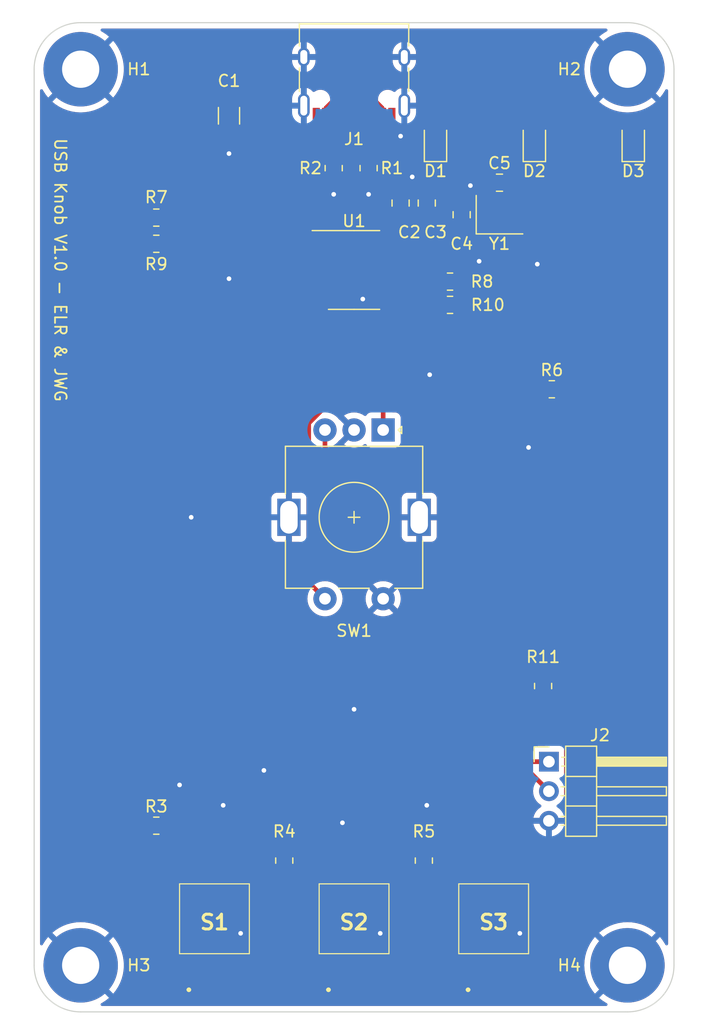
<source format=kicad_pcb>
(kicad_pcb (version 20211014) (generator pcbnew)
  (layers (0 "F.Cu" signal) (31 "B.Cu" signal) (34 "B.Paste" user) (35 "F.Paste" user) (36 "B.SilkS" user "B.Silkscreen") (37 "F.SilkS" user "F.Silkscreen") (38 "B.Mask" user) (39 "F.Mask" user) (44 "Edge.Cuts" user))
  (net 0 "")
  (net 1 "+5V")
  (net 2 "GND")
  (net 3 "Net-(C2-Pad1)")
  (net 4 "Net-(D1-Pad1)")
  (net 5 "Net-(D2-Pad1)")
  (net 6 "Net-(D3-Pad1)")
  (net 7 "Net-(J1-PadA5)")
  (net 8 "/USB1DP")
  (net 9 "/USB1DM")
  (net 11 "Net-(J1-PadB5)")
  (net 13 "/SW1")
  (net 14 "/SW2")
  (net 15 "/SW3")
  (net 16 "/ENC_B")
  (net 17 "/ENC_A")
  (net 18 "/LED1")
  (net 19 "/ENC_SW")
  (net 20 "/LED2")
  (net 21 "/LED3")
  (net 28 "/XO")
  (net 29 "/XI")
  (net 32 "/TXD")
  (net 33 "/RXD")
  (footprint "Resistor_SMD:R_0805_2012Metric" (layer "F.Cu") (at 166.5 92.5)
    (fp_text reference "R6" (at 0 -1.65) (layer "F.SilkS"))
    (fp_text value "1k")
    (fp_line (start -0.227064 -0.735) (end 0.227064 -0.735) (layer "F.SilkS") (width 0.12))
    (fp_line (start -0.227064 0.735) (end 0.227064 0.735) (layer "F.SilkS") (width 0.12))
    (pad "1" smd roundrect (at -0.9125 0) (size 1.025 1.4) (layers "F.Cu" "F.Paste" "F.Mask") (roundrect_rratio 0.243902439) (net 16 "/ENC_B"))
    (pad "2" smd roundrect (at 0.9125 0) (size 1.025 1.4) (layers "F.Cu" "F.Paste" "F.Mask") (roundrect_rratio 0.243902439) (net 1 "+5V"))
  )
  (footprint "Crystal:Crystal_SMD_3225-4Pin_3.2x2.5mm" (layer "F.Cu") (at 162 77.5)
    (fp_text reference "Y1" (at 0 2.5) (layer "F.SilkS"))
    (fp_text value "Crystal_GND24")
    (fp_line (start -2 1.65) (end 2 1.65) (layer "F.SilkS") (width 0.12))
    (fp_line (start -2 -1.65) (end -2 1.65) (layer "F.SilkS") (width 0.12))
    (pad "1" smd rect (at -1.1 0.85) (size 1.4 1.2) (layers "F.Cu" "F.Paste" "F.Mask") (net 29 "/XI"))
    (pad "2" smd rect (at 1.1 0.85) (size 1.4 1.2) (layers "F.Cu" "F.Paste" "F.Mask") (net 2 "GND"))
    (pad "3" smd rect (at 1.1 -0.85) (size 1.4 1.2) (layers "F.Cu" "F.Paste" "F.Mask") (net 28 "/XO"))
    (pad "4" smd rect (at -1.1 -0.85) (size 1.4 1.2) (layers "F.Cu" "F.Paste" "F.Mask") (net 2 "GND"))
  )
  (footprint "SamacSys_Parts:LL3301NF065QG" (layer "F.Cu") (at 137.5 138 90)
    (fp_text reference "S1" (at -0.3 0 180) (layer "F.SilkS") (effects (font (size 1.27 1.27) (thickness 0.254))))
    (fp_text value "LL3301NF065QG" hide)
    (fp_line (start -6.1 -2.3) (end -6.1 -2.3) (layer "F.SilkS") (width 0.2))
    (fp_line (start -3 -3) (end 3 -3) (layer "F.SilkS") (width 0.1))
    (fp_line (start 3 -3) (end 3 3) (layer "F.SilkS") (width 0.1))
    (fp_line (start -3 3) (end -3 -3) (layer "F.SilkS") (width 0.1))
    (fp_line (start -6.1 -2.1) (end -6.1 -2.1) (layer "F.SilkS") (width 0.2))
    (fp_line (start 3 3) (end -3 3) (layer "F.SilkS") (width 0.1))
    (fp_arc (start -6.1 -2.1) (mid -6.2 -2.2) (end -6.1 -2.3) (layer "F.SilkS") (width 0.2))
    (fp_arc (start -6.1 -2.3) (mid -6 -2.2) (end -6.1 -2.1) (layer "F.SilkS") (width 0.2))
    (pad "1" smd rect locked (at -4.55 -2.25 180) (size 1.4 2.1) (layers "F.Cu" "F.Paste" "F.Mask"))
    (pad "2" smd rect locked (at 4.55 -2.25 180) (size 1.4 2.1) (layers "F.Cu" "F.Paste" "F.Mask") (net 13 "/SW1"))
    (pad "3" smd rect locked (at -4.55 2.25 180) (size 1.4 2.1) (layers "F.Cu" "F.Paste" "F.Mask") (net 2 "GND"))
    (pad "4" smd rect locked (at 4.55 2.25 180) (size 1.4 2.1) (layers "F.Cu" "F.Paste" "F.Mask"))
  )
  (footprint "Resistor_SMD:R_0805_2012Metric" (layer "F.Cu") (at 132.5 80 180)
    (fp_text reference "R9" (at 0 -1.75) (layer "F.SilkS"))
    (fp_text value "1k")
    (fp_line (start -0.227064 -0.735) (end 0.227064 -0.735) (layer "F.SilkS") (width 0.12))
    (fp_line (start -0.227064 0.735) (end 0.227064 0.735) (layer "F.SilkS") (width 0.12))
    (pad "1" smd roundrect (at -0.9125 0 180) (size 1.025 1.4) (layers "F.Cu" "F.Paste" "F.Mask") (roundrect_rratio 0.243902439) (net 19 "/ENC_SW"))
    (pad "2" smd roundrect (at 0.9125 0 180) (size 1.025 1.4) (layers "F.Cu" "F.Paste" "F.Mask") (roundrect_rratio 0.243902439) (net 1 "+5V"))
  )
  (footprint "SamacSys_Parts:LL3301NF065QG" (layer "F.Cu") (at 149.5 138 90)
    (fp_text reference "S2" (at -0.3 0 180) (layer "F.SilkS") (effects (font (size 1.27 1.27) (thickness 0.254))))
    (fp_text value "LL3301NF065QG" hide)
    (fp_line (start 3 3) (end -3 3) (layer "F.SilkS") (width 0.1))
    (fp_line (start -3 3) (end -3 -3) (layer "F.SilkS") (width 0.1))
    (fp_line (start -3 -3) (end 3 -3) (layer "F.SilkS") (width 0.1))
    (fp_line (start 3 -3) (end 3 3) (layer "F.SilkS") (width 0.1))
    (fp_line (start -6.1 -2.3) (end -6.1 -2.3) (layer "F.SilkS") (width 0.2))
    (fp_line (start -6.1 -2.1) (end -6.1 -2.1) (layer "F.SilkS") (width 0.2))
    (fp_arc (start -6.1 -2.1) (mid -6.2 -2.2) (end -6.1 -2.3) (layer "F.SilkS") (width 0.2))
    (fp_arc (start -6.1 -2.3) (mid -6 -2.2) (end -6.1 -2.1) (layer "F.SilkS") (width 0.2))
    (pad "1" smd rect locked (at -4.55 -2.25 180) (size 1.4 2.1) (layers "F.Cu" "F.Paste" "F.Mask"))
    (pad "2" smd rect locked (at 4.55 -2.25 180) (size 1.4 2.1) (layers "F.Cu" "F.Paste" "F.Mask") (net 14 "/SW2"))
    (pad "3" smd rect locked (at -4.55 2.25 180) (size 1.4 2.1) (layers "F.Cu" "F.Paste" "F.Mask") (net 2 "GND"))
    (pad "4" smd rect locked (at 4.55 2.25 180) (size 1.4 2.1) (layers "F.Cu" "F.Paste" "F.Mask"))
  )
  (footprint "Resistor_SMD:R_0805_2012Metric" (layer "F.Cu") (at 147.75 73.5 -90)
    (fp_text reference "R2" (at 0 2 180) (layer "F.SilkS"))
    (fp_text value "5K1")
    (fp_line (start -0.227064 -0.735) (end 0.227064 -0.735) (layer "F.SilkS") (width 0.12))
    (fp_line (start -0.227064 0.735) (end 0.227064 0.735) (layer "F.SilkS") (width 0.12))
    (pad "1" smd roundrect (at -0.9125 0 270) (size 1.025 1.4) (layers "F.Cu" "F.Paste" "F.Mask") (roundrect_rratio 0.243902439) (net 11 "Net-(J1-PadB5)"))
    (pad "2" smd roundrect (at 0.9125 0 270) (size 1.025 1.4) (layers "F.Cu" "F.Paste" "F.Mask") (roundrect_rratio 0.243902439) (net 2 "GND"))
  )
  (footprint "Resistor_SMD:R_0805_2012Metric" (layer "F.Cu") (at 165.75 118 90)
    (fp_text reference "R11" (at 2.5 0 180) (layer "F.SilkS"))
    (fp_text value "1k")
    (fp_line (start -0.227064 0.735) (end 0.227064 0.735) (layer "F.SilkS") (width 0.12))
    (fp_line (start -0.227064 -0.735) (end 0.227064 -0.735) (layer "F.SilkS") (width 0.12))
    (pad "1" smd roundrect (at -0.9125 0 90) (size 1.025 1.4) (layers "F.Cu" "F.Paste" "F.Mask") (roundrect_rratio 0.243902439) (net 21 "/LED3"))
    (pad "2" smd roundrect (at 0.9125 0 90) (size 1.025 1.4) (layers "F.Cu" "F.Paste" "F.Mask") (roundrect_rratio 0.243902439) (net 6 "Net-(D3-Pad1)"))
  )
  (footprint "Connector_PinHeader_2.54mm:PinHeader_1x03_P2.54mm_Horizontal" (layer "F.Cu") (at 166.25 124.5)
    (fp_text reference "J2" (at 4.385 -2.27) (layer "F.SilkS"))
    (fp_text value "Conn_01x03")
    (fp_line (start 4.1 -1.33) (end 1.44 -1.33) (layer "F.SilkS") (width 0.12))
    (fp_line (start 4.1 -0.38) (end 10.1 -0.38) (layer "F.SilkS") (width 0.12))
    (fp_line (start 4.1 -0.2) (end 10.1 -0.2) (layer "F.SilkS") (width 0.12))
    (fp_line (start 4.1 0.28) (end 10.1 0.28) (layer "F.SilkS") (width 0.12))
    (fp_line (start -1.27 0) (end -1.27 -1.27) (layer "F.SilkS") (width 0.12))
    (fp_line (start 4.1 2.16) (end 10.1 2.16) (layer "F.SilkS") (width 0.12))
    (fp_line (start 1.042929 2.16) (end 1.44 2.16) (layer "F.SilkS") (width 0.12))
    (fp_line (start 10.1 4.7) (end 10.1 5.46) (layer "F.SilkS") (width 0.12))
    (fp_line (start 1.44 6.41) (end 4.1 6.41) (layer "F.SilkS") (width 0.12))
    (fp_line (start 10.1 -0.38) (end 10.1 0.38) (layer "F.SilkS") (width 0.12))
    (fp_line (start 4.1 0.16) (end 10.1 0.16) (layer "F.SilkS") (width 0.12))
    (fp_line (start -1.27 -1.27) (end 0 -1.27) (layer "F.SilkS") (width 0.12))
    (fp_line (start 1.44 -1.33) (end 1.44 6.41) (layer "F.SilkS") (width 0.12))
    (fp_line (start 10.1 2.92) (end 4.1 2.92) (layer "F.SilkS") (width 0.12))
    (fp_line (start 4.1 6.41) (end 4.1 -1.33) (layer "F.SilkS") (width 0.12))
    (fp_line (start 10.1 2.16) (end 10.1 2.92) (layer "F.SilkS") (width 0.12))
    (fp_line (start 10.1 5.46) (end 4.1 5.46) (layer "F.SilkS") (width 0.12))
    (fp_line (start 1.042929 4.7) (end 1.44 4.7) (layer "F.SilkS") (width 0.12))
    (fp_line (start 1.44 3.81) (end 4.1 3.81) (layer "F.SilkS") (width 0.12))
    (fp_line (start 4.1 -0.32) (end 10.1 -0.32) (layer "F.SilkS") (width 0.12))
    (fp_line (start 1.042929 5.46) (end 1.44 5.46) (layer "F.SilkS") (width 0.12))
    (fp_line (start 1.042929 2.92) (end 1.44 2.92) (layer "F.SilkS") (width 0.12))
    (fp_line (start 4.1 -0.08) (end 10.1 -0.08) (layer "F.SilkS") (width 0.12))
    (fp_line (start 4.1 4.7) (end 10.1 4.7) (layer "F.SilkS") (width 0.12))
    (fp_line (start 1.11 -0.38) (end 1.44 -0.38) (layer "F.SilkS") (width 0.12))
    (fp_line (start 4.1 0.04) (end 10.1 0.04) (layer "F.SilkS") (width 0.12))
    (fp_line (start 1.44 1.27) (end 4.1 1.27) (layer "F.SilkS") (width 0.12))
    (fp_line (start 10.1 0.38) (end 4.1 0.38) (layer "F.SilkS") (width 0.12))
    (fp_line (start 1.11 0.38) (end 1.44 0.38) (layer "F.SilkS") (width 0.12))
    (pad "1" thru_hole rect (at 0 0) (size 1.7 1.7) (drill 1) (layers *.Cu *.Mask) (net 33 "/RXD"))
    (pad "2" thru_hole oval (at 0 2.54) (size 1.7 1.7) (drill 1) (layers *.Cu *.Mask) (net 32 "/TXD"))
    (pad "3" thru_hole oval (at 0 5.08) (size 1.7 1.7) (drill 1) (layers *.Cu *.Mask) (net 2 "GND"))
  )
  (footprint "MountingHole:MountingHole_3.2mm_M3_Pad" (layer "F.Cu") (at 173 65)
    (fp_text reference "H2" (at -5 0) (layer "F.SilkS"))
    (fp_text value "MountingHole_Pad")
    (pad "1" thru_hole circle locked (at 0 0) (size 6.4 6.4) (drill 3.2) (layers *.Cu *.Mask) (net 2 "GND"))
  )
  (footprint "Resistor_SMD:R_0805_2012Metric" (layer "F.Cu") (at 157.75 85.25)
    (fp_text reference "R10" (at 3.25 0) (layer "F.SilkS"))
    (fp_text value "1k")
    (fp_line (start -0.227064 -0.735) (end 0.227064 -0.735) (layer "F.SilkS") (width 0.12))
    (fp_line (start -0.227064 0.735) (end 0.227064 0.735) (layer "F.SilkS") (width 0.12))
    (pad "1" smd roundrect (at -0.9125 0) (size 1.025 1.4) (layers "F.Cu" "F.Paste" "F.Mask") (roundrect_rratio 0.243902439) (net 20 "/LED2"))
    (pad "2" smd roundrect (at 0.9125 0) (size 1.025 1.4) (layers "F.Cu" "F.Paste" "F.Mask") (roundrect_rratio 0.243902439) (net 5 "Net-(D2-Pad1)"))
  )
  (footprint "MountingHole:MountingHole_3.2mm_M3_Pad" (layer "F.Cu") (at 126 65)
    (fp_text reference "H1" (at 5 0) (layer "F.SilkS"))
    (fp_text value "MountingHole_Pad")
    (pad "1" thru_hole circle locked (at 0 0) (size 6.4 6.4) (drill 3.2) (layers *.Cu *.Mask) (net 2 "GND"))
  )
  (footprint "MountingHole:MountingHole_3.2mm_M3_Pad" (layer "F.Cu") (at 173 142)
    (fp_text reference "H4" (at -5 0) (layer "F.SilkS"))
    (fp_text value "MountingHole_Pad")
    (pad "1" thru_hole circle locked (at 0 0) (size 6.4 6.4) (drill 3.2) (layers *.Cu *.Mask) (net 2 "GND"))
  )
  (footprint "Capacitor_SMD:C_0805_2012Metric" (layer "F.Cu") (at 155.75 76.5 -90)
    (fp_text reference "C3" (at 2.5 -0.75 180) (layer "F.SilkS"))
    (fp_text value "0.1u")
    (fp_line (start -0.261252 -0.735) (end 0.261252 -0.735) (layer "F.SilkS") (width 0.12))
    (fp_line (start -0.261252 0.735) (end 0.261252 0.735) (layer "F.SilkS") (width 0.12))
    (pad "1" smd roundrect (at -0.95 0 270) (size 1 1.45) (layers "F.Cu" "F.Paste" "F.Mask") (net 2 "GND"))
    (pad "2" smd roundrect (at 0.95 0 270) (size 1 1.45) (layers "F.Cu" "F.Paste" "F.Mask") (net 1 "+5V"))
  )
  (footprint "Resistor_SMD:R_0805_2012Metric" (layer "F.Cu") (at 157.75 83.25)
    (fp_text reference "R8" (at 2.75 0) (layer "F.SilkS"))
    (fp_text value "1k")
    (fp_line (start -0.227064 0.735) (end 0.227064 0.735) (layer "F.SilkS") (width 0.12))
    (fp_line (start -0.227064 -0.735) (end 0.227064 -0.735) (layer "F.SilkS") (width 0.12))
    (pad "1" smd roundrect (at -0.9125 0) (size 1.025 1.4) (layers "F.Cu" "F.Paste" "F.Mask") (roundrect_rratio 0.243902439) (net 18 "/LED1"))
    (pad "2" smd roundrect (at 0.9125 0) (size 1.025 1.4) (layers "F.Cu" "F.Paste" "F.Mask") (roundrect_rratio 0.243902439) (net 4 "Net-(D1-Pad1)"))
  )
  (footprint "LED_SMD:LED_0805_2012Metric" (layer "F.Cu") (at 165 71.25 90)
    (fp_text reference "D2" (at -2.5 0 180) (layer "F.SilkS"))
    (fp_text value "ORANGE")
    (fp_line (start -1.685 -0.96) (end -1.685 0.96) (layer "F.SilkS") (width 0.12))
    (fp_line (start -1.685 0.96) (end 1 0.96) (layer "F.SilkS") (width 0.12))
    (fp_line (start 1 -0.96) (end -1.685 -0.96) (layer "F.SilkS") (width 0.12))
    (pad "1" smd roundrect locked (at -0.9375 0 90) (size 0.975 1.4) (layers "F.Cu" "F.Paste" "F.Mask") (net 5 "Net-(D2-Pad1)"))
    (pad "2" smd roundrect locked (at 0.9375 0 90) (size 0.975 1.4) (layers "F.Cu" "F.Paste" "F.Mask") (net 1 "+5V"))
  )
  (footprint "LED_SMD:LED_0805_2012Metric" (layer "F.Cu") (at 173.5 71.25 90)
    (fp_text reference "D3" (at -2.5 0 180) (layer "F.SilkS"))
    (fp_text value "ORANGE")
    (fp_line (start 1 -0.96) (end -1.685 -0.96) (layer "F.SilkS") (width 0.12))
    (fp_line (start -1.685 0.96) (end 1 0.96) (layer "F.SilkS") (width 0.12))
    (fp_line (start -1.685 -0.96) (end -1.685 0.96) (layer "F.SilkS") (width 0.12))
    (pad "1" smd roundrect locked (at -0.9375 0 90) (size 0.975 1.4) (layers "F.Cu" "F.Paste" "F.Mask") (net 6 "Net-(D3-Pad1)"))
    (pad "2" smd roundrect locked (at 0.9375 0 90) (size 0.975 1.4) (layers "F.Cu" "F.Paste" "F.Mask") (net 1 "+5V"))
  )
  (footprint "Connector_USB:USB_C_Receptacle_HRO_TYPE-C-31-M-12" (layer "F.Cu") (at 149.5 65 180)
    (fp_text reference "J1" (at 0 -6) (layer "F.SilkS"))
    (fp_text value "USB_C_Receptacle_USB2.0")
    (fp_line (start -4.7 2) (end -4.7 3.9) (layer "F.SilkS") (width 0.12))
    (fp_line (start 4.7 -1.9) (end 4.7 0.1) (layer "F.SilkS") (width 0.12))
    (fp_line (start -4.7 3.9) (end 4.7 3.9) (layer "F.SilkS") (width 0.12))
    (fp_line (start 4.7 2) (end 4.7 3.9) (layer "F.SilkS") (width 0.12))
    (fp_line (start -4.7 -1.9) (end -4.7 0.1) (layer "F.SilkS") (width 0.12))
    (pad "" np_thru_hole circle locked (at 2.89 -2.6 180) (size 0.65 0.65) (drill 0.65) (layers *.Cu *.Mask))
    (pad "" np_thru_hole circle locked (at -2.89 -2.6 180) (size 0.65 0.65) (drill 0.65) (layers *.Cu *.Mask))
    (pad "A1" smd rect locked (at -3.25 -4.045 180) (size 0.6 1.45) (layers "F.Cu" "F.Paste" "F.Mask") (net 2 "GND"))
    (pad "A4" smd rect locked (at -2.45 -4.045 180) (size 0.6 1.45) (layers "F.Cu" "F.Paste" "F.Mask") (net 1 "+5V"))
    (pad "A5" smd rect locked (at -1.25 -4.045 180) (size 0.3 1.45) (layers "F.Cu" "F.Paste" "F.Mask") (net 7 "Net-(J1-PadA5)"))
    (pad "A6" smd rect locked (at -0.25 -4.045 180) (size 0.3 1.45) (layers "F.Cu" "F.Paste" "F.Mask") (net 8 "/USB1DP"))
    (pad "A7" smd rect locked (at 0.25 -4.045 180) (size 0.3 1.45) (layers "F.Cu" "F.Paste" "F.Mask") (net 9 "/USB1DM"))
    (pad "A8" smd rect locked (at 1.25 -4.045 180) (size 0.3 1.45) (layers "F.Cu" "F.Paste" "F.Mask"))
    (pad "A9" smd rect locked (at 2.45 -4.045 180) (size 0.6 1.45) (layers "F.Cu" "F.Paste" "F.Mask") (net 1 "+5V"))
    (pad "A12" smd rect locked (at 3.25 -4.045 180) (size 0.6 1.45) (layers "F.Cu" "F.Paste" "F.Mask") (net 2 "GND"))
    (pad "B1" smd rect locked (at 3.25 -4.045 180) (size 0.6 1.45) (layers "F.Cu" "F.Paste" "F.Mask") (net 2 "GND"))
    (pad "B4" smd rect locked (at 2.45 -4.045 180) (size 0.6 1.45) (layers "F.Cu" "F.Paste" "F.Mask") (net 1 "+5V"))
    (pad "B5" smd rect locked (at 1.75 -4.045 180) (size 0.3 1.45) (layers "F.Cu" "F.Paste" "F.Mask") (net 11 "Net-(J1-PadB5)"))
    (pad "B6" smd rect locked (at 0.75 -4.045 180) (size 0.3 1.45) (layers "F.Cu" "F.Paste" "F.Mask") (net 8 "/USB1DP"))
    (pad "B7" smd rect locked (at -0.75 -4.045 180) (size 0.3 1.45) (layers "F.Cu" "F.Paste" "F.Mask") (net 9 "/USB1DM"))
    (pad "B8" smd rect locked (at -1.75 -4.045 180) (size 0.3 1.45) (layers "F.Cu" "F.Paste" "F.Mask"))
    (pad "B9" smd rect locked (at -2.45 -4.045 180) (size 0.6 1.45) (layers "F.Cu" "F.Paste" "F.Mask") (net 1 "+5V"))
    (pad "B12" smd rect locked (at -3.25 -4.045 180) (size 0.6 1.45) (layers "F.Cu" "F.Paste" "F.Mask") (net 2 "GND"))
    (pad "S1" thru_hole oval locked (at -4.32 -3.13 180) (size 1 2.1) (drill oval 0.6 1.7) (layers *.Cu *.Mask) (net 2 "GND"))
    (pad "S1" thru_hole oval locked (at -4.32 1.05 180) (size 1 1.6) (drill oval 0.6 1.2) (layers *.Cu *.Mask) (net 2 "GND"))
    (pad "S1" thru_hole oval locked (at 4.32 1.05 180) (size 1 1.6) (drill oval 0.6 1.2) (layers *.Cu *.Mask) (net 2 "GND"))
    (pad "S1" thru_hole oval locked (at 4.32 -3.13 180) (size 1 2.1) (drill oval 0.6 1.7) (layers *.Cu *.Mask) (net 2 "GND"))
  )
  (footprint "Resistor_SMD:R_0805_2012Metric" (layer "F.Cu") (at 132.5 77.75 180)
    (fp_text reference "R7" (at 0 1.75) (layer "F.SilkS"))
    (fp_text value "1k")
    (fp_line (start -0.227064 0.735) (end 0.227064 0.735) (layer "F.SilkS") (width 0.12))
    (fp_line (start -0.227064 -0.735) (end 0.227064 -0.735) (layer "F.SilkS") (width 0.12))
    (pad "1" smd roundrect (at -0.9125 0 180) (size 1.025 1.4) (layers "F.Cu" "F.Paste" "F.Mask") (roundrect_rratio 0.243902439) (net 17 "/ENC_A"))
    (pad "2" smd roundrect (at 0.9125 0 180) (size 1.025 1.4) (layers "F.Cu" "F.Paste" "F.Mask") (roundrect_rratio 0.243902439) (net 1 "+5V"))
  )
  (footprint "Resistor_SMD:R_0805_2012Metric" (layer "F.Cu") (at 143.5 133 90)
    (fp_text reference "R4" (at 2.5 0 180) (layer "F.SilkS"))
    (fp_text value "1K")
    (fp_line (start -0.227064 -0.735) (end 0.227064 -0.735) (layer "F.SilkS") (width 0.12))
    (fp_line (start -0.227064 0.735) (end 0.227064 0.735) (layer "F.SilkS") (width 0.12))
    (pad "1" smd roundrect (at -0.9125 0 90) (size 1.025 1.4) (layers "F.Cu" "F.Paste" "F.Mask") (roundrect_rratio 0.243902439) (net 1 "+5V"))
    (pad "2" smd roundrect (at 0.9125 0 90) (size 1.025 1.4) (layers "F.Cu" "F.Paste" "F.Mask") (roundrect_rratio 0.243902439) (net 14 "/SW2"))
  )
  (footprint "Resistor_SMD:R_0805_2012Metric" (layer "F.Cu") (at 150.75 73.5 -90)
    (fp_text reference "R1" (at 0 -2 180) (layer "F.SilkS"))
    (fp_text value "5K1")
    (fp_line (start -0.227064 -0.735) (end 0.227064 -0.735) (layer "F.SilkS") (width 0.12))
    (fp_line (start -0.227064 0.735) (end 0.227064 0.735) (layer "F.SilkS") (width 0.12))
    (pad "1" smd roundrect (at -0.9125 0 270) (size 1.025 1.4) (layers "F.Cu" "F.Paste" "F.Mask") (roundrect_rratio 0.243902439) (net 7 "Net-(J1-PadA5)"))
    (pad "2" smd roundrect (at 0.9125 0 270) (size 1.025 1.4) (layers "F.Cu" "F.Paste" "F.Mask") (roundrect_rratio 0.243902439) (net 2 "GND"))
  )
  (footprint "Resistor_SMD:R_0805_2012Metric" (layer "F.Cu") (at 155.5 133 90)
    (fp_text reference "R5" (at 2.5 0 180) (layer "F.SilkS"))
    (fp_text value "1K")
    (fp_line (start -0.227064 -0.735) (end 0.227064 -0.735) (layer "F.SilkS") (width 0.12))
    (fp_line (start -0.227064 0.735) (end 0.227064 0.735) (layer "F.SilkS") (width 0.12))
    (pad "1" smd roundrect (at -0.9125 0 90) (size 1.025 1.4) (layers "F.Cu" "F.Paste" "F.Mask") (roundrect_rratio 0.243902439) (net 1 "+5V"))
    (pad "2" smd roundrect (at 0.9125 0 90) (size 1.025 1.4) (layers "F.Cu" "F.Paste" "F.Mask") (roundrect_rratio 0.243902439) (net 15 "/SW3"))
  )
  (footprint "MountingHole:MountingHole_3.2mm_M3_Pad" (layer "F.Cu") (at 126 142)
    (fp_text reference "H3" (at 5 0) (layer "F.SilkS"))
    (fp_text value "MountingHole_Pad")
    (pad "1" thru_hole circle locked (at 0 0) (size 6.4 6.4) (drill 3.2) (layers *.Cu *.Mask) (net 2 "GND"))
  )
  (footprint "Capacitor_SMD:C_1206_3216Metric" (layer "F.Cu") (at 138.75 69 -90)
    (fp_text reference "C1" (at -3 0 180) (layer "F.SilkS"))
    (fp_text value "10u")
    (fp_line (start -0.711252 0.91) (end 0.711252 0.91) (layer "F.SilkS") (width 0.12))
    (fp_line (start -0.711252 -0.91) (end 0.711252 -0.91) (layer "F.SilkS") (width 0.12))
    (pad "1" smd roundrect (at -1.475 0 270) (size 1.15 1.8) (layers "F.Cu" "F.Paste" "F.Mask") (roundrect_rratio 0.2173913043) (net 1 "+5V"))
    (pad "2" smd roundrect (at 1.475 0 270) (size 1.15 1.8) (layers "F.Cu" "F.Paste" "F.Mask") (roundrect_rratio 0.2173913043) (net 2 "GND"))
  )
  (footprint "Capacitor_SMD:C_0805_2012Metric" (layer "F.Cu") (at 162 74.75)
    (fp_text reference "C5" (at 0 -1.68) (layer "F.SilkS"))
    (fp_text value "20p")
    (fp_line (start -0.261252 -0.735) (end 0.261252 -0.735) (layer "F.SilkS") (width 0.12))
    (fp_line (start -0.261252 0.735) (end 0.261252 0.735) (layer "F.SilkS") (width 0.12))
    (pad "1" smd roundrect (at -0.95 0) (size 1 1.45) (layers "F.Cu" "F.Paste" "F.Mask") (net 2 "GND"))
    (pad "2" smd roundrect (at 0.95 0) (size 1 1.45) (layers "F.Cu" "F.Paste" "F.Mask") (net 28 "/XO"))
  )
  (footprint "LED_SMD:LED_0805_2012Metric" (layer "F.Cu") (at 156.5 71.25 90)
    (fp_text reference "D1" (at -2.5 0 180) (layer "F.SilkS"))
    (fp_text value "ORANGE")
    (fp_line (start -1.685 0.96) (end 1 0.96) (layer "F.SilkS") (width 0.12))
    (fp_line (start 1 -0.96) (end -1.685 -0.96) (layer "F.SilkS") (width 0.12))
    (fp_line (start -1.685 -0.96) (end -1.685 0.96) (layer "F.SilkS") (width 0.12))
    (pad "1" smd roundrect locked (at -0.9375 0 90) (size 0.975 1.4) (layers "F.Cu" "F.Paste" "F.Mask") (net 4 "Net-(D1-Pad1)"))
    (pad "2" smd roundrect locked (at 0.9375 0 90) (size 0.975 1.4) (layers "F.Cu" "F.Paste" "F.Mask") (net 1 "+5V"))
  )
  (footprint "Resistor_SMD:R_0805_2012Metric" (layer "F.Cu") (at 132.5 130)
    (fp_text reference "R3" (at 0 -1.65) (layer "F.SilkS"))
    (fp_text value "1K")
    (fp_line (start -0.227064 0.735) (end 0.227064 0.735) (layer "F.SilkS") (width 0.12))
    (fp_line (start -0.227064 -0.735) (end 0.227064 -0.735) (layer "F.SilkS") (width 0.12))
    (pad "1" smd roundrect (at -0.9125 0) (size 1.025 1.4) (layers "F.Cu" "F.Paste" "F.Mask") (roundrect_rratio 0.243902439) (net 1 "+5V"))
    (pad "2" smd roundrect (at 0.9125 0) (size 1.025 1.4) (layers "F.Cu" "F.Paste" "F.Mask") (roundrect_rratio 0.243902439) (net 13 "/SW1"))
  )
  (footprint "Package_SO:TSSOP-20_4.4x6.5mm_P0.65mm" (layer "F.Cu") (at 149.5 82.25)
    (fp_text reference "U1" (at 0 -4.2) (layer "F.SilkS"))
    (fp_text value "CH552T")
    (fp_line (start 0 -3.385) (end 2.2 -3.385) (layer "F.SilkS") (width 0.12))
    (fp_line (start 0 -3.385) (end -3.6 -3.385) (layer "F.SilkS") (width 0.12))
    (fp_line (start 0 3.385) (end 2.2 3.385) (layer "F.SilkS") (width 0.12))
    (fp_line (start 0 3.385) (end -2.2 3.385) (layer "F.SilkS") (width 0.12))
    (pad "1" smd roundrect (at -2.8625 -2.925) (size 1.475 0.4) (layers "F.Cu" "F.Paste" "F.Mask") (net 17 "/ENC_A"))
    (pad "2" smd roundrect (at -2.8625 -2.275) (size 1.475 0.4) (layers "F.Cu" "F.Paste" "F.Mask") (net 19 "/ENC_SW"))
    (pad "3" smd roundrect (at -2.8625 -1.625) (size 1.475 0.4) (layers "F.Cu" "F.Paste" "F.Mask") (net 13 "/SW1"))
    (pad "4" smd roundrect (at -2.8625 -0.975) (size 1.475 0.4) (layers "F.Cu" "F.Paste" "F.Mask") (net 14 "/SW2"))
    (pad "5" smd roundrect (at -2.8625 -0.325) (size 1.475 0.4) (layers "F.Cu" "F.Paste" "F.Mask") (net 15 "/SW3"))
    (pad "6" smd roundrect (at -2.8625 0.325) (size 1.475 0.4) (layers "F.Cu" "F.Paste" "F.Mask"))
    (pad "7" smd roundrect (at -2.8625 0.975) (size 1.475 0.4) (layers "F.Cu" "F.Paste" "F.Mask"))
    (pad "8" smd roundrect (at -2.8625 1.625) (size 1.475 0.4) (layers "F.Cu" "F.Paste" "F.Mask") (net 21 "/LED3"))
    (pad "9" smd roundrect (at -2.8625 2.275) (size 1.475 0.4) (layers "F.Cu" "F.Paste" "F.Mask") (net 32 "/TXD"))
    (pad "10" smd roundrect (at -2.8625 2.925) (size 1.475 0.4) (layers "F.Cu" "F.Paste" "F.Mask") (net 33 "/RXD"))
    (pad "11" smd roundrect (at 2.8625 2.925) (size 1.475 0.4) (layers "F.Cu" "F.Paste" "F.Mask") (net 16 "/ENC_B"))
    (pad "12" smd roundrect (at 2.8625 2.275) (size 1.475 0.4) (layers "F.Cu" "F.Paste" "F.Mask") (net 20 "/LED2"))
    (pad "13" smd roundrect (at 2.8625 1.625) (size 1.475 0.4) (layers "F.Cu" "F.Paste" "F.Mask") (net 18 "/LED1"))
    (pad "14" smd roundrect (at 2.8625 0.975) (size 1.475 0.4) (layers "F.Cu" "F.Paste" "F.Mask") (net 8 "/USB1DP"))
    (pad "15" smd roundrect (at 2.8625 0.325) (size 1.475 0.4) (layers "F.Cu" "F.Paste" "F.Mask") (net 9 "/USB1DM"))
    (pad "16" smd roundrect (at 2.8625 -0.325) (size 1.475 0.4) (layers "F.Cu" "F.Paste" "F.Mask") (net 28 "/XO"))
    (pad "17" smd roundrect (at 2.8625 -0.975) (size 1.475 0.4) (layers "F.Cu" "F.Paste" "F.Mask") (net 29 "/XI"))
    (pad "18" smd roundrect (at 2.8625 -1.625) (size 1.475 0.4) (layers "F.Cu" "F.Paste" "F.Mask") (net 2 "GND"))
    (pad "19" smd roundrect (at 2.8625 -2.275) (size 1.475 0.4) (layers "F.Cu" "F.Paste" "F.Mask") (net 1 "+5V"))
    (pad "20" smd roundrect (at 2.8625 -2.925) (size 1.475 0.4) (layers "F.Cu" "F.Paste" "F.Mask") (net 3 "Net-(C2-Pad1)"))
  )
  (footprint "Rotary_Encoder:RotaryEncoder_Alps_EC11E-Switch_Vertical_H20mm" (layer "F.Cu") (at 152 96 -90)
    (fp_text reference "SW1" (at 17.25 2.5 180) (layer "F.SilkS"))
    (fp_text value "RotaryEncoder_Switch")
    (fp_line (start 13.6 -3.4) (end 13.6 -1) (layer "F.SilkS") (width 0.12))
    (fp_line (start 1.4 -3.4) (end 1.4 8.4) (layer "F.SilkS") (width 0.12))
    (fp_line (start -0.3 -1.6) (end 0.3 -1.6) (layer "F.SilkS") (width 0.12))
    (fp_line (start 13.6 6) (end 13.6 8.4) (layer "F.SilkS") (width 0.12))
    (fp_line (start 0.3 -1.6) (end 0 -1.3) (layer "F.SilkS") (width 0.12))
    (fp_line (start 13.6 8.4) (end 9.5 8.4) (layer "F.SilkS") (width 0.12))
    (fp_line (start 5.5 -3.4) (end 1.4 -3.4) (layer "F.SilkS") (width 0.12))
    (fp_line (start 0 -1.3) (end -0.3 -1.6) (layer "F.SilkS") (width 0.12))
    (fp_line (start 5.5 8.4) (end 1.4 8.4) (layer "F.SilkS") (width 0.12))
    (fp_line (start 9.5 -3.4) (end 13.6 -3.4) (layer "F.SilkS") (width 0.12))
    (fp_line (start 7 2.5) (end 8 2.5) (layer "F.SilkS") (width 0.12))
    (fp_line (start 7.5 2) (end 7.5 3) (layer "F.SilkS") (width 0.12))
    (fp_line (start 13.6 1.2) (end 13.6 3.8) (layer "F.SilkS") (width 0.12))
    (fp_circle (center 7.5 2.5) (end 10.5 2.5) (layer "F.SilkS") (width 0.12) (fill none))
    (pad "A" thru_hole rect (at 0 0 270) (size 2 2) (drill 1) (layers *.Cu *.Mask) (net 17 "/ENC_A"))
    (pad "B" thru_hole circle (at 0 5 270) (size 2 2) (drill 1) (layers *.Cu *.Mask) (net 16 "/ENC_B"))
    (pad "C" thru_hole circle (at 0 2.5 270) (size 2 2) (drill 1) (layers *.Cu *.Mask) (net 2 "GND"))
    (pad "MP" thru_hole rect (at 7.5 -3.1 270) (size 3.2 2) (drill oval 2.8 1.5) (layers *.Cu *.Mask) (net 2 "GND"))
    (pad "MP" thru_hole rect (at 7.5 8.1 270) (size 3.2 2) (drill oval 2.8 1.5) (layers *.Cu *.Mask) (net 2 "GND"))
    (pad "S1" thru_hole circle (at 14.5 5 270) (size 2 2) (drill 1) (layers *.Cu *.Mask) (net 19 "/ENC_SW"))
    (pad "S2" thru_hole circle (at 14.5 0 270) (size 2 2) (drill 1) (layers *.Cu *.Mask) (net 2 "GND"))
  )
  (footprint "SamacSys_Parts:LL3301NF065QG" (layer "F.Cu") (at 161.5 138 90)
    (fp_text reference "S3" (at -0.3 0 180) (layer "F.SilkS") (effects (font (size 1.27 1.27) (thickness 0.254))))
    (fp_text value "LL3301NF065QG" hide)
    (fp_line (start -6.1 -2.1) (end -6.1 -2.1) (layer "F.SilkS") (width 0.2))
    (fp_line (start -3 3) (end -3 -3) (layer "F.SilkS") (width 0.1))
    (fp_line (start 3 3) (end -3 3) (layer "F.SilkS") (width 0.1))
    (fp_line (start -6.1 -2.3) (end -6.1 -2.3) (layer "F.SilkS") (width 0.2))
    (fp_line (start 3 -3) (end 3 3) (layer "F.SilkS") (width 0.1))
    (fp_line (start -3 -3) (end 3 -3) (layer "F.SilkS") (width 0.1))
    (fp_arc (start -6.1 -2.3) (mid -6 -2.2) (end -6.1 -2.1) (layer "F.SilkS") (width 0.2))
    (fp_arc (start -6.1 -2.1) (mid -6.2 -2.2) (end -6.1 -2.3) (layer "F.SilkS") (width 0.2))
    (pad "1" smd rect locked (at -4.55 -2.25 180) (size 1.4 2.1) (layers "F.Cu" "F.Paste" "F.Mask"))
    (pad "2" smd rect locked (at 4.55 -2.25 180) (size 1.4 2.1) (layers "F.Cu" "F.Paste" "F.Mask") (net 15 "/SW3"))
    (pad "3" smd rect locked (at -4.55 2.25 180) (size 1.4 2.1) (layers "F.Cu" "F.Paste" "F.Mask") (net 2 "GND"))
    (pad "4" smd rect locked (at 4.55 2.25 180) (size 1.4 2.1) (layers "F.Cu" "F.Paste" "F.Mask"))
  )
  (footprint "Capacitor_SMD:C_0805_2012Metric" (layer "F.Cu") (at 158.75 77.5 -90)
    (fp_text reference "C4" (at 2.5 0 180) (layer "F.SilkS"))
    (fp_text value "20p")
    (fp_line (start -0.261252 0.735) (end 0.261252 0.735) (layer "F.SilkS") (width 0.12))
    (fp_line (start -0.261252 -0.735) (end 0.261252 -0.735) (layer "F.SilkS") (width 0.12))
    (pad "1" smd roundrect (at -0.95 0 270) (size 1 1.45) (layers "F.Cu" "F.Paste" "F.Mask") (net 2 "GND"))
    (pad "2" smd roundrect (at 0.95 0 270) (size 1 1.45) (layers "F.Cu" "F.Paste" "F.Mask") (net 29 "/XI"))
  )
  (footprint "Capacitor_SMD:C_0805_2012Metric" (layer "F.Cu") (at 153.5 76.5 90)
    (fp_text reference "C2" (at -2.5 0.75 180) (layer "F.SilkS"))
    (fp_text value "0.1u")
    (fp_line (start -0.261252 0.735) (end 0.261252 0.735) (layer "F.SilkS") (width 0.12))
    (fp_line (start -0.261252 -0.735) (end 0.261252 -0.735) (layer "F.SilkS") (width 0.12))
    (pad "1" smd roundrect (at -0.95 0 90) (size 1 1.45) (layers "F.Cu" "F.Paste" "F.Mask") (net 3 "Net-(C2-Pad1)"))
    (pad "2" smd roundrect (at 0.95 0 90) (size 1 1.45) (layers "F.Cu" "F.Paste" "F.Mask") (net 2 "GND"))
  )
  (gr_arc locked (start 177 142) (mid 175.828427 144.828427) (end 173 146) (layer "Edge.Cuts") (width 0.1))
  (gr_line locked (start 173 61) (end 126 61) (layer "Edge.Cuts") (width 0.1))
  (gr_line locked (start 122 65) (end 122 142) (layer "Edge.Cuts") (width 0.1))
  (gr_arc locked (start 122 65) (mid 123.171573 62.171573) (end 126 61) (layer "Edge.Cuts") (width 0.1))
  (gr_line locked (start 177 142) (end 177 65) (layer "Edge.Cuts") (width 0.1))
  (gr_arc locked (start 126 146) (mid 123.171573 144.828427) (end 122 142) (layer "Edge.Cuts") (width 0.1))
  (gr_line locked (start 126 146) (end 173 146) (layer "Edge.Cuts") (width 0.1))
  (gr_arc locked (start 173 61) (mid 175.828427 62.171573) (end 177 65) (layer "Edge.Cuts") (width 0.1))
  (gr_text "USB Knob V1.0 - ELR & JWG" (at 124.25 82.25 270) (layer "F.SilkS") (effects (font (size 1 1))))
  (segment (start 147.75 67.597766) (end 147.75 67) (width 0.3) (layer "F.Cu") (net 1))
  (segment (start 152.3625 79.975) (end 154.025 79.975) (width 0.4) (layer "F.Cu") (net 1))
  (segment (start 155.5 77.7) (end 155.75 77.45) (width 0.4) (layer "F.Cu") (net 1))
  (segment (start 151.95 68.297766) (end 151.95 69.045) (width 0.3) (layer "F.Cu") (net 1))
  (segment (start 151.25 67.597766) (end 151.95 68.297766) (width 0.3) (layer "F.Cu") (net 1))
  (segment (start 154.025 79.975) (end 155.5 78.5) (width 0.4) (layer "F.Cu") (net 1))
  (segment (start 156.5 66.5) (end 151.75 66.5) (width 0.3) (layer "F.Cu") (net 1))
  (segment (start 156.5 70.3125) (end 156.5 66.5) (width 0.3) (layer "F.Cu") (net 1))
  (segment (start 164.25 66.5) (end 156.5 66.5) (width 0.3) (layer "F.Cu") (net 1))
  (segment (start 151.95 71.45) (end 151.95 69.045) (width 0.4) (layer "F.Cu") (net 1))
  (segment (start 147.05 68.297766) (end 147.75 67.597766) (width 0.3) (layer "F.Cu") (net 1))
  (segment (start 156.87452 76.62548) (end 156.87452 74.62452) (width 0.4) (layer "F.Cu") (net 1))
  (segment (start 156.05 77.45) (end 156.87452 76.62548) (width 0.4) (layer "F.Cu") (net 1))
  (segment (start 154.75 72.5) (end 153 72.5) (width 0.4) (layer "F.Cu") (net 1))
  (segment (start 155.5 78.5) (end 155.5 77.7) (width 0.4) (layer "F.Cu") (net 1))
  (segment (start 148 66.75) (end 151.5 66.75) (width 0.3) (layer "F.Cu") (net 1))
  (segment (start 156.87452 74.62452) (end 154.75 72.5) (width 0.4) (layer "F.Cu") (net 1))
  (segment (start 165 67.25) (end 164.25 66.5) (width 0.3) (layer "F.Cu") (net 1))
  (segment (start 147.75 67) (end 148 66.75) (width 0.3) (layer "F.Cu") (net 1))
  (segment (start 165 70.3125) (end 165 67.25) (width 0.3) (layer "F.Cu") (net 1))
  (segment (start 151.5 66.75) (end 151.75 66.5) (width 0.3) (layer "F.Cu") (net 1))
  (segment (start 147.05 69.045) (end 147.05 68.297766) (width 0.3) (layer "F.Cu") (net 1))
  (segment (start 151.25 67) (end 151.25 67.597766) (width 0.3) (layer "F.Cu") (net 1))
  (segment (start 153 72.5) (end 151.95 71.45) (width 0.4) (layer "F.Cu") (net 1))
  (segment (start 151.75 66.5) (end 151.25 67) (width 0.3) (layer "F.Cu") (net 1))
  (segment (start 155.75 77.45) (end 156.05 77.45) (width 0.4) (layer "F.Cu") (net 1))
  (segment (start 150.75 80.5) (end 150.75 75.75) (width 0.4) (layer "F.Cu") (net 2))
  (segment (start 153.5 75.25) (end 154.5 74.25) (width 0.4) (layer "F.Cu") (net 2))
  (segment (start 152.75 70) (end 153.5 70.75) (width 0.6) (layer "F.Cu") (net 2))
  (segment (start 151.75 142.55) (end 151.75 139.25) (width 0.6) (layer "F.Cu") (net 2))
  (segment (start 146.25 70.5) (end 146 70.75) (width 0.4) (layer "F.Cu") (net 2))
  (segment (start 139.75 142.55) (end 139.75 139.25) (width 0.6) (layer "F.Cu") (net 2))
  (segment (start 163.75 142.55) (end 163.75 139.25) (width 0.6) (layer "F.Cu") (net 2))
  (segment (start 152.3625 80.625) (end 150.875 80.625) (width 0.4) (layer "F.Cu") (net 2))
  (segment (start 155.75 75.55) (end 155.75 75.5) (width 0.4) (layer "F.Cu") (net 2))
  (segment (start 146.25 69.045) (end 146.25 70.5) (width 0.4) (layer "F.Cu") (net 2))
  (segment (start 138.75 70.475) (end 138.75 72.25) (width 0.6) (layer "F.Cu") (net 2))
  (segment (start 145.18 70.32) (end 145 70.5) (width 0.4) (layer "F.Cu") (net 2))
  (segment (start 155.75 75.5) (end 154.5 74.25) (width 0.4) (layer "F.Cu") (net 2))
  (segment (start 150.75 74.4125) (end 150.75 75.75) (width 0.6) (layer "F.Cu") (net 2))
  (segment (start 150.875 80.625) (end 150.75 80.5) (width 0.4) (layer "F.Cu") (net 2))
  (segment (start 152.75 69.045) (end 152.75 70) (width 0.6) (layer "F.Cu") (net 2))
  (segment (start 147.75 74.4125) (end 147.75 75.75) (width 0.6) (layer "F.Cu") (net 2))
  (segment (start 145.18 68.13) (end 145.18 70.32) (width 0.4) (layer "F.Cu") (net 2))
  (segment (start 153.5 75.55) (end 153.5 75.25) (width 0.4) (layer "F.Cu") (net 2))
  (via (at 155.75 128.25) (size 0.8) (drill 0.4) (layers "F.Cu" "B.Cu") (net 2))
  (via (at 138.75 83) (size 0.8) (drill 0.4) (layers "F.Cu" "B.Cu") (net 2))
  (via (at 163.75 139.25) (size 0.8) (drill 0.4) (layers "F.Cu" "B.Cu") (net 2))
  (via (at 139.75 139.25) (size 0.8) (drill 0.4) (layers "F.Cu" "B.Cu") (net 2))
  (via (at 141.75 125.25) (size 0.8) (drill 0.4) (layers "F.Cu" "B.Cu") (net 2))
  (via (at 164.5 97.5) (size 0.8) (drill 0.4) (layers "F.Cu" "B.Cu") (net 2))
  (via (at 151.75 139.25) (size 0.8) (drill 0.4) (layers "F.Cu" "B.Cu") (net 2))
  (via (at 135.5 103.5) (size 0.8) (drill 0.4) (layers "F.Cu" "B.Cu") (net 2))
  (via (at 159.5 75) (size 0.8) (drill 0.4) (layers "F.Cu" "B.Cu") (net 2))
  (via (at 160.25 81.5) (size 0.8) (drill 0.4) (layers "F.Cu" "B.Cu") (net 2))
  (via (at 138.75 72.25) (size 0.8) (drill 0.4) (layers "F.Cu" "B.Cu") (net 2))
  (via (at 138.25 128.25) (size 0.8) (drill 0.4) (layers "F.Cu" "B.Cu") (net 2))
  (via (at 154.5 74.25) (size 0.8) (drill 0.4) (layers "F.Cu" "B.Cu") (net 2))
  (via (at 148.5 129.75) (size 0.8) (drill 0.4) (layers "F.Cu" "B.Cu") (net 2))
  (via (at 149.5 120) (size 0.8) (drill 0.4) (layers "F.Cu" "B.Cu") (net 2))
  (via (at 156 91.25) (size 0.8) (drill 0.4) (layers "F.Cu" "B.Cu") (net 2))
  (via (at 153.5 70.75) (size 0.8) (drill 0.4) (layers "F.Cu" "B.Cu") (net 2))
  (via (at 134.5 126.5) (size 0.8) (drill 0.4) (layers "F.Cu" "B.Cu") (net 2))
  (via (at 165.25 81.75) (size 0.8) (drill 0.4) (layers "F.Cu" "B.Cu") (net 2))
  (via (at 147.75 75.75) (size 0.8) (drill 0.4) (layers "F.Cu" "B.Cu") (net 2))
  (via (at 150.25 84.75) (size 0.8) (drill 0.4) (layers "F.Cu" "B.Cu") (net 2))
  (via (at 150.75 75.75) (size 0.8) (drill 0.4) (layers "F.Cu" "B.Cu") (net 2))
  (segment (start 152.3625 79.325) (end 152.925 79.325) (width 0.4) (layer "F.Cu") (net 3))
  (segment (start 153.5 78.75) (end 153.5 77.45) (width 0.4) (layer "F.Cu") (net 3))
  (segment (start 152.925 79.325) (end 153.5 78.75) (width 0.4) (layer "F.Cu") (net 3))
  (segment (start 162.25 72) (end 156.6875 72) (width 0.4) (layer "F.Cu") (net 4))
  (segment (start 158.6625 83.25) (end 160.75 83.25) (width 0.4) (layer "F.Cu") (net 4))
  (segment (start 156.6875 72) (end 156.5 72.1875) (width 0.4) (layer "F.Cu") (net 4))
  (segment (start 164.5 79.5) (end 164.5 74.25) (width 0.4) (layer "F.Cu") (net 4))
  (segment (start 164.5 74.25) (end 162.25 72) (width 0.4) (layer "F.Cu") (net 4))
  (segment (start 160.75 83.25) (end 164.5 79.5) (width 0.4) (layer "F.Cu") (net 4))
  (segment (start 165.25 72.4375) (end 165 72.1875) (width 0.4) (layer "F.Cu") (net 5))
  (segment (start 159.75 85.25) (end 165.25 79.75) (width 0.4) (layer "F.Cu") (net 5))
  (segment (start 158.6625 85.25) (end 159.75 85.25) (width 0.4) (layer "F.Cu") (net 5))
  (segment (start 165.25 79.75) (end 165.25 72.4375) (width 0.4) (layer "F.Cu") (net 5))
  (segment (start 166.50048 79.18702) (end 173.5 72.1875) (width 0.4) (layer "F.Cu") (net 6))
  (segment (start 165.75 117.0875) (end 166.50048 116.33702) (width 0.4) (layer "F.Cu") (net 6))
  (segment (start 166.50048 116.33702) (end 166.50048 79.18702) (width 0.4) (layer "F.Cu") (net 6))
  (segment (start 150.75 69.045) (end 150.75 72.5875) (width 0.3) (layer "F.Cu") (net 7))
  (segment (start 149.75 70) (end 149.5 70.25) (width 0.3) (layer "F.Cu") (net 8))
  (segment (start 148.75 69.045) (end 148.75 70) (width 0.3) (layer "F.Cu") (net 8))
  (segment (start 149.200961 81.493571) (end 149.200961 70.450961) (width 0.3) (layer "F.Cu") (net 8))
  (segment (start 152.3625 83.225) (end 150.475 83.225) (width 0.3) (layer "F.Cu") (net 8))
  (segment (start 149 70.25) (end 149.5 70.25) (width 0.3) (layer "F.Cu") (net 8))
  (segment (start 149.75 69.045) (end 149.75 70) (width 0.3) (layer "F.Cu") (net 8))
  (segment (start 149.200961 70.450961) (end 149 70.25) (width 0.3) (layer "F.Cu") (net 8))
  (segment (start 150.475 83.225) (end 149.20096 81.95096) (width 0.3) (layer "F.Cu") (net 8))
  (segment (start 148.75 70) (end 149 70.25) (width 0.3) (layer "F.Cu") (net 8))
  (segment (start 149.20096 81.95096) (end 149.200961 81.493571) (width 0.3) (layer "F.Cu") (net 8))
  (segment (start 152.3625 82.575) (end 150.575 82.575) (width 0.3) (layer "F.Cu") (net 9))
  (segment (start 150.25 67.970978) (end 150.25 69.045) (width 0.3) (layer "F.Cu") (net 9))
  (segment (start 150.25 70.5) (end 150.25 69.045) (width 0.3) (layer "F.Cu") (net 9))
  (segment (start 149.25 68) (end 149.5 67.75) (width 0.3) (layer "F.Cu") (net 9))
  (segment (start 149.70048 71.04952) (end 150.25 70.5) (width 0.3) (layer "F.Cu") (net 9))
  (segment (start 149.5 67.75) (end 150.029022 67.75) (width 0.3) (layer "F.Cu") (net 9))
  (segment (start 149.70048 81.70048) (end 149.70048 71.04952) (width 0.3) (layer "F.Cu") (net 9))
  (segment (start 150.575 82.575) (end 149.70048 81.70048) (width 0.3) (layer "F.Cu") (net 9))
  (segment (start 149.25 69.045) (end 149.25 68) (width 0.3) (layer "F.Cu") (net 9))
  (segment (start 150.029022 67.75) (end 150.25 67.970978) (width 0.3) (layer "F.Cu") (net 9))
  (segment (start 147.75 69.045) (end 147.75 72.5875) (width 0.3) (layer "F.Cu") (net 11))
  (segment (start 146.6375 80.625) (end 145.375 80.625) (width 0.4) (layer "F.Cu") (net 13))
  (segment (start 133.4125 131.6125) (end 135.25 133.45) (width 0.4) (layer "F.Cu") (net 13))
  (segment (start 137.75 125.6625) (end 133.4125 130) (width 0.4) (layer "F.Cu") (net 13))
  (segment (start 133.4125 130) (end 133.4125 131.6125) (width 0.4) (layer "F.Cu") (net 13))
  (segment (start 137.75 88.25) (end 137.75 125.6625) (width 0.4) (layer "F.Cu") (net 13))
  (segment (start 145.375 80.625) (end 137.75 88.25) (width 0.4) (layer "F.Cu") (net 13))
  (segment (start 143.451075 132.038575) (end 143.5 132.0875) (width 0.4) (layer "F.Cu") (net 14))
  (segment (start 138.34952 125.59952) (end 143.451075 130.701075) (width 0.4) (layer "F.Cu") (net 14))
  (segment (start 145.57285 81.275) (end 138.34952 88.49833) (width 0.4) (layer "F.Cu") (net 14))
  (segment (start 143.5 132.0875) (end 145.8875 132.0875) (width 0.4) (layer "F.Cu") (net 14))
  (segment (start 145.8875 132.0875) (end 147.25 133.45) (width 0.4) (layer "F.Cu") (net 14))
  (segment (start 143.451075 130.701075) (end 143.451075 132.038575) (width 0.4) (layer "F.Cu") (net 14))
  (segment (start 146.6375 81.275) (end 145.57285 81.275) (width 0.4) (layer "F.Cu") (net 14))
  (segment (start 138.34952 88.49833) (end 138.34952 125.59952) (width 0.4) (layer "F.Cu") (net 14))
  (segment (start 145.7707 81.925) (end 138.94904 88.74666) (width 0.4) (layer "F.Cu") (net 15))
  (segment (start 146.6375 81.925) (end 145.7707 81.925) (width 0.4) (layer "F.Cu") (net 15))
  (segment (start 141.34785 127.75) (end 153.5 127.75) (width 0.4) (layer "F.Cu") (net 15))
  (segment (start 157.8875 132.0875) (end 159.25 133.45) (width 0.4) (layer "F.Cu") (net 15))
  (segment (start 138.94904 125.35119) (end 141.34785 127.75) (width 0.4) (layer "F.Cu") (net 15))
  (segment (start 153.5 127.75) (end 155.5 129.75) (width 0.4) (layer "F.Cu") (net 15))
  (segment (start 155.5 129.75) (end 155.5 132.0875) (width 0.4) (layer "F.Cu") (net 15))
  (segment (start 138.94904 88.74666) (end 138.94904 125.35119) (width 0.4) (layer "F.Cu") (net 15))
  (segment (start 155.5 132.0875) (end 157.8875 132.0875) (width 0.4) (layer "F.Cu") (net 15))
  (segment (start 154.75 97.75) (end 153.5 99) (width 0.4) (layer "F.Cu") (net 16))
  (segment (start 154.75 92.5) (end 154.75 97.75) (width 0.4) (layer "F.Cu") (net 16))
  (segment (start 165.5875 92.5) (end 154.75 92.5) (width 0.4) (layer "F.Cu") (net 16))
  (segment (start 147 97.5) (end 147 96) (width 0.4) (layer "F.Cu") (net 16))
  (segment (start 152.3625 85.175) (end 153.425 85.175) (width 0.4) (layer "F.Cu") (net 16))
  (segment (start 153.5 99) (end 148.5 99) (width 0.4) (layer "F.Cu") (net 16))
  (segment (start 148.5 99) (end 147 97.5) (width 0.4) (layer "F.Cu") (net 16))
  (segment (start 153.425 85.175) (end 154.75 86.5) (width 0.4) (layer "F.Cu") (net 16))
  (segment (start 154.75 86.5) (end 154.75 92.5) (width 0.4) (layer "F.Cu") (net 16))
  (segment (start 134.9875 79.325) (end 133.4125 77.75) (width 0.4) (layer "F.Cu") (net 17))
  (segment (start 148.5 90.75) (end 152 94.25) (width 0.4) (layer "F.Cu") (net 17))
  (segment (start 148.075 79.325) (end 148.5 79.75) (width 0.4) (layer "F.Cu") (net 17))
  (segment (start 146.6375 79.325) (end 148.075 79.325) (width 0.4) (layer "F.Cu") (net 17))
  (segment (start 148.5 79.75) (end 148.5 90.75) (width 0.4) (layer "F.Cu") (net 17))
  (segment (start 146.6375 79.325) (end 134.9875 79.325) (width 0.4) (layer "F.Cu") (net 17))
  (segment (start 152 94.25) (end 152 96) (width 0.4) (layer "F.Cu") (net 17))
  (segment (start 152.3625 83.875) (end 156.2125 83.875) (width 0.4) (layer "F.Cu") (net 18))
  (segment (start 156.2125 83.875) (end 156.8375 83.25) (width 0.4) (layer "F.Cu") (net 18))
  (segment (start 147.475 79.975) (end 147.90048 80.40048) (width 0.4) (layer "F.Cu") (net 19))
  (segment (start 133.4375 79.975) (end 133.4125 80) (width 0.4) (layer "F.Cu") (net 19))
  (segment (start 146.6375 79.975) (end 133.4375 79.975) (width 0.4) (layer "F.Cu") (net 19))
  (segment (start 147.90048 93.120311) (end 145.600489 95.420302) (width 0.4) (layer "F.Cu") (net 19))
  (segment (start 145.600489 95.420302) (end 145.600489 109.100489) (width 0.4) (layer "F.Cu") (net 19))
  (segment (start 146.6375 79.975) (end 147.475 79.975) (width 0.4) (layer "F.Cu") (net 19))
  (segment (start 147.90048 80.40048) (end 147.90048 93.120311) (width 0.4) (layer "F.Cu") (net 19))
  (segment (start 145.600489 109.100489) (end 147 110.5) (width 0.4) (layer "F.Cu") (net 19))
  (segment (start 152.3625 84.525) (end 156.1125 84.525) (width 0.4) (layer "F.Cu") (net 20))
  (segment (start 156.1125 84.525) (end 156.8375 85.25) (width 0.4) (layer "F.Cu") (net 20))
  (segment (start 139.54856 125.10286) (end 141.59618 127.15048) (width 0.4) (layer "F.Cu") (net 21))
  (segment (start 146.6375 83.875) (end 144.66855 83.875) (width 0.4) (layer "F.Cu") (net 21))
  (segment (start 166.75 131.75) (end 167.75 130.75) (width 0.4) (layer "F.Cu") (net 21))
  (segment (start 144.66855 83.875) (end 139.54856 88.99499) (width 0.4) (layer "F.Cu") (net 21))
  (segment (start 159.90048 127.15048) (end 164.5 131.75) (width 0.4) (layer "F.Cu") (net 21))
  (segment (start 167.75 130.75) (end 167.75 121.5) (width 0.4) (layer "F.Cu") (net 21))
  (segment (start 141.59618 127.15048) (end 159.90048 127.15048) (width 0.4) (layer "F.Cu") (net 21))
  (segment (start 139.54856 88.99499) (end 139.54856 125.10286) (width 0.4) (layer "F.Cu") (net 21))
  (segment (start 164.5 131.75) (end 166.75 131.75) (width 0.4) (layer "F.Cu") (net 21))
  (segment (start 165.75 119.5) (end 165.75 118.9125) (width 0.4) (layer "F.Cu") (net 21))
  (segment (start 167.75 121.5) (end 165.75 119.5) (width 0.4) (layer "F.Cu") (net 21))
  (segment (start 162 79.349022) (end 162 77.350978) (width 0.4) (layer "F.Cu") (net 28))
  (segment (start 155.172849 81.925) (end 156.99833 80.09952) (width 0.4) (layer "F.Cu") (net 28))
  (segment (start 156.99833 80.09952) (end 161.249502 80.09952) (width 0.4) (layer "F.Cu") (net 28))
  (segment (start 161.249502 80.09952) (end 162 79.349022) (width 0.4) (layer "F.Cu") (net 28))
  (segment (start 162.95 76.5) (end 163.1 76.65) (width 0.4) (layer "F.Cu") (net 28))
  (segment (start 162 77.350978) (end 162.700978 76.65) (width 0.4) (layer "F.Cu") (net 28))
  (segment (start 152.3625 81.925) (end 155.172849 81.925) (width 0.4) (layer "F.Cu") (net 28))
  (segment (start 162.700978 76.65) (end 163.1 76.65) (width 0.4) (layer "F.Cu") (net 28))
  (segment (start 162.95 74.75) (end 162.95 76.5) (width 0.4) (layer "F.Cu") (net 28))
  (segment (start 152.3625 81.275) (end 154.975 81.275) (width 0.4) (layer "F.Cu") (net 29))
  (segment (start 160.75 78.5) (end 160.9 78.35) (width 0.4) (layer "F.Cu") (net 29))
  (segment (start 158.75 78.45) (end 158.75 79.5) (width 0.4) (layer "F.Cu") (net 29))
  (segment (start 160.5 79.5) (end 160.75 79.25) (width 0.4) (layer "F.Cu") (net 29))
  (segment (start 156.75 79.5) (end 158.75 79.5) (width 0.4) (layer "F.Cu") (net 29))
  (segment (start 160.75 79.25) (end 160.75 78.5) (width 0.4) (layer "F.Cu") (net 29))
  (segment (start 158.75 79.5) (end 160.5 79.5) (width 0.4) (layer "F.Cu") (net 29))
  (segment (start 154.975 81.275) (end 156.75 79.5) (width 0.4) (layer "F.Cu") (net 29))
  (segment (start 146.6375 84.525) (end 145.627151 84.525) (width 0.4) (layer "F.Cu") (net 32))
  (segment (start 140.90048 121.74833) (end 144.251671 125.09952) (width 0.4) (layer "F.Cu") (net 32))
  (segment (start 144.251671 125.09952) (end 164.30952 125.09952) (width 0.4) (layer "F.Cu") (net 32))
  (segment (start 140.90048 89.251671) (end 140.90048 121.74833) (width 0.4) (layer "F.Cu") (net 32))
  (segment (start 145.627151 84.525) (end 140.90048 89.251671) (width 0.4) (layer "F.Cu") (net 32))
  (segment (start 164.30952 125.09952) (end 166.25 127.04) (width 0.4) (layer "F.Cu") (net 32))
  (segment (start 145.825 85.175) (end 141.5 89.5) (width 0.4) (layer "F.Cu") (net 33))
  (segment (start 141.5 121.5) (end 144.5 124.5) (width 0.4) (layer "F.Cu") (net 33))
  (segment (start 141.5 89.5) (end 141.5 121.5) (width 0.4) (layer "F.Cu") (net 33))
  (segment (start 144.5 124.5) (end 166.25 124.5) (width 0.4) (layer "F.Cu") (net 33))
  (segment (start 146.6375 85.175) (end 145.825 85.175) (width 0.4) (layer "F.Cu") (net 33))
  (zone (net 1) (net_name "+5V") (layer "F.Cu") (connect_pads (clearance 0.508)) (min_thickness 0.254) (fill yes (thermal_gap 0.508) (thermal_bridge_width 0.508))
    (polygon (pts (xy 177 146) (xy 122 146) (xy 122 71.25) (xy 132.25 71.25) (xy 132.25 133.25) (xy 167 133.25) (xy 167 68) (xy 144 68) (xy 144 61) (xy 177 61)))
  )
  (zone (net 2) (net_name "GND") (layer "F.Cu") (connect_pads (clearance 0.508)) (min_thickness 0.254) (fill yes (thermal_gap 0.508) (thermal_bridge_width 0.508))
    (polygon (pts (xy 166 131.75) (xy 133.25 131.75) (xy 133.25 69.75) (xy 166 69.75)))
  )
  (zone (net 1) (net_name "+5V") (layer "F.Cu") (connect_pads (clearance 0.508)) (min_thickness 0.254) (fill yes (thermal_gap 0.508) (thermal_bridge_width 0.508))
    (polygon (pts (xy 144 68) (xy 132.25 68) (xy 132.25 71.25) (xy 122 71.25) (xy 122 61) (xy 144 61)))
  )
  (zone (net 2) (net_name "GND") (layer "B.Cu") (connect_pads (clearance 0.508)) (min_thickness 0.254) (fill yes (thermal_gap 0.508) (thermal_bridge_width 0.508))
    (polygon (pts (xy 177 146) (xy 122 146) (xy 122 61) (xy 177 61)))
  )
)
</source>
